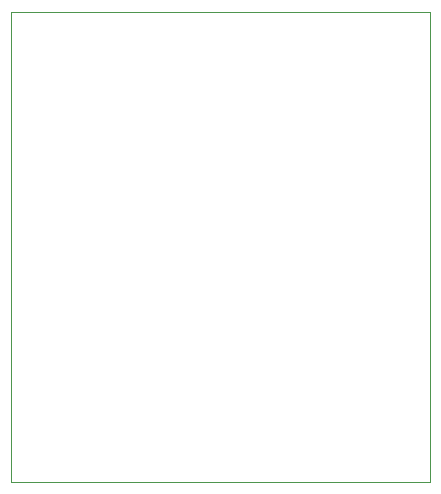
<source format=gbr>
%TF.GenerationSoftware,KiCad,Pcbnew,(5.1.6)-1*%
%TF.CreationDate,2020-07-15T03:05:11-04:00*%
%TF.ProjectId,Arduino Rev 2,41726475-696e-46f2-9052-657620322e6b,rev?*%
%TF.SameCoordinates,Original*%
%TF.FileFunction,Profile,NP*%
%FSLAX46Y46*%
G04 Gerber Fmt 4.6, Leading zero omitted, Abs format (unit mm)*
G04 Created by KiCad (PCBNEW (5.1.6)-1) date 2020-07-15 03:05:11*
%MOMM*%
%LPD*%
G01*
G04 APERTURE LIST*
%TA.AperFunction,Profile*%
%ADD10C,0.050000*%
%TD*%
G04 APERTURE END LIST*
D10*
X178500000Y-135525000D02*
X178500000Y-135500000D01*
X143000000Y-97500000D02*
X143000000Y-96350000D01*
X178500000Y-97500000D02*
X178500000Y-96350000D01*
X178500000Y-136150000D02*
X178500000Y-136175000D01*
X178500000Y-135525000D02*
X178500000Y-136150000D01*
X143000000Y-135500000D02*
X143000000Y-136175000D01*
X143000000Y-97500000D02*
X143000000Y-135500000D01*
X178500000Y-96350000D02*
X143000000Y-96350000D01*
X178500000Y-135500000D02*
X178500000Y-97500000D01*
X143000000Y-136175000D02*
X178500000Y-136175000D01*
M02*

</source>
